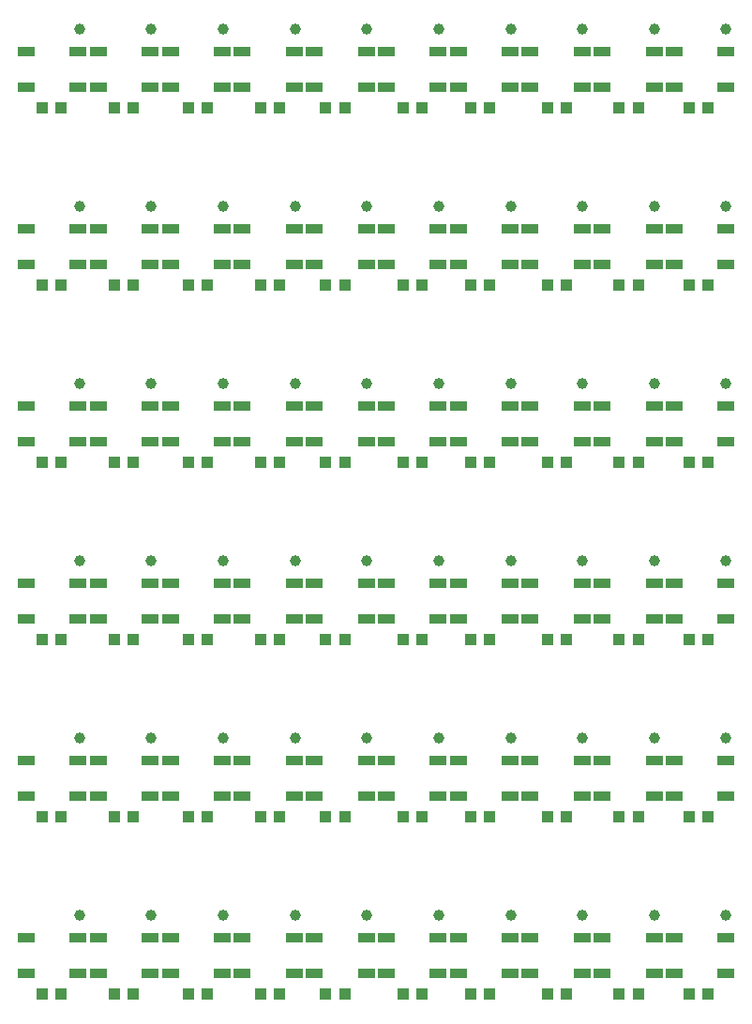
<source format=gtp>
G04*
G04 #@! TF.GenerationSoftware,Altium Limited,Altium Designer,20.1.12 (249)*
G04*
G04 Layer_Color=8421504*
%FSLAX25Y25*%
%MOIN*%
G70*
G04*
G04 #@! TF.SameCoordinates,880ED213-D7CF-42DA-8A1E-0FEEA66E8632*
G04*
G04*
G04 #@! TF.FilePolarity,Positive*
G04*
G01*
G75*
%ADD10C,0.03937*%
%ADD11R,0.05906X0.03543*%
%ADD12R,0.04331X0.03937*%
D10*
X150175Y39764D02*
D03*
X175722D02*
D03*
X201269D02*
D03*
X226815D02*
D03*
X124628D02*
D03*
X22441D02*
D03*
X47988D02*
D03*
X73535D02*
D03*
X99081D02*
D03*
X252362D02*
D03*
X150175Y102756D02*
D03*
X175722D02*
D03*
X201269D02*
D03*
X226815D02*
D03*
X124628D02*
D03*
X22441D02*
D03*
X47988D02*
D03*
X73535D02*
D03*
X99081D02*
D03*
X252362D02*
D03*
X150175Y165748D02*
D03*
X175722D02*
D03*
X201269D02*
D03*
X226815D02*
D03*
X124628D02*
D03*
X22441D02*
D03*
X47988D02*
D03*
X73535D02*
D03*
X99081D02*
D03*
X252362D02*
D03*
X150175Y228740D02*
D03*
X175722D02*
D03*
X201269D02*
D03*
X226815D02*
D03*
X124628D02*
D03*
X22441D02*
D03*
X47988D02*
D03*
X73535D02*
D03*
X99081D02*
D03*
X252362D02*
D03*
X150175Y291732D02*
D03*
X175722D02*
D03*
X201269D02*
D03*
X226815D02*
D03*
X124628D02*
D03*
X22441D02*
D03*
X47988D02*
D03*
X73535D02*
D03*
X99081D02*
D03*
X252362D02*
D03*
X150175Y354724D02*
D03*
X175722D02*
D03*
X201269D02*
D03*
X226815D02*
D03*
X124628D02*
D03*
X22441D02*
D03*
X47988D02*
D03*
X73535D02*
D03*
X99081D02*
D03*
X252362D02*
D03*
D11*
X208268Y31890D02*
D03*
Y19291D02*
D03*
X226772D02*
D03*
Y31890D02*
D03*
X182677D02*
D03*
Y19291D02*
D03*
X201181D02*
D03*
Y31890D02*
D03*
X157087D02*
D03*
Y19291D02*
D03*
X175591D02*
D03*
Y31890D02*
D03*
X131496D02*
D03*
Y19291D02*
D03*
X150000D02*
D03*
Y31890D02*
D03*
X105905D02*
D03*
Y19291D02*
D03*
X124409D02*
D03*
Y31890D02*
D03*
X80315D02*
D03*
Y19291D02*
D03*
X98819D02*
D03*
Y31890D02*
D03*
X54724D02*
D03*
Y19291D02*
D03*
X73228D02*
D03*
Y31890D02*
D03*
X29134D02*
D03*
Y19291D02*
D03*
X47638D02*
D03*
Y31890D02*
D03*
X233858D02*
D03*
Y19291D02*
D03*
X252362D02*
D03*
Y31890D02*
D03*
X3543D02*
D03*
Y19291D02*
D03*
X22047D02*
D03*
Y31890D02*
D03*
X208268Y94882D02*
D03*
Y82284D02*
D03*
X226772D02*
D03*
Y94882D02*
D03*
X182677D02*
D03*
Y82284D02*
D03*
X201181D02*
D03*
Y94882D02*
D03*
X157087D02*
D03*
Y82284D02*
D03*
X175591D02*
D03*
Y94882D02*
D03*
X131496D02*
D03*
Y82284D02*
D03*
X150000D02*
D03*
Y94882D02*
D03*
X105905D02*
D03*
Y82284D02*
D03*
X124409D02*
D03*
Y94882D02*
D03*
X80315D02*
D03*
Y82284D02*
D03*
X98819D02*
D03*
Y94882D02*
D03*
X54724D02*
D03*
Y82284D02*
D03*
X73228D02*
D03*
Y94882D02*
D03*
X29134D02*
D03*
Y82284D02*
D03*
X47638D02*
D03*
Y94882D02*
D03*
X233858D02*
D03*
Y82284D02*
D03*
X252362D02*
D03*
Y94882D02*
D03*
X3543D02*
D03*
Y82284D02*
D03*
X22047D02*
D03*
Y94882D02*
D03*
X208268Y157874D02*
D03*
Y145276D02*
D03*
X226772D02*
D03*
Y157874D02*
D03*
X182677D02*
D03*
Y145276D02*
D03*
X201181D02*
D03*
Y157874D02*
D03*
X157087D02*
D03*
Y145276D02*
D03*
X175591D02*
D03*
Y157874D02*
D03*
X131496D02*
D03*
Y145276D02*
D03*
X150000D02*
D03*
Y157874D02*
D03*
X105905D02*
D03*
Y145276D02*
D03*
X124409D02*
D03*
Y157874D02*
D03*
X80315D02*
D03*
Y145276D02*
D03*
X98819D02*
D03*
Y157874D02*
D03*
X54724D02*
D03*
Y145276D02*
D03*
X73228D02*
D03*
Y157874D02*
D03*
X29134D02*
D03*
Y145276D02*
D03*
X47638D02*
D03*
Y157874D02*
D03*
X233858D02*
D03*
Y145276D02*
D03*
X252362D02*
D03*
Y157874D02*
D03*
X3543D02*
D03*
Y145276D02*
D03*
X22047D02*
D03*
Y157874D02*
D03*
X208268Y220866D02*
D03*
Y208268D02*
D03*
X226772D02*
D03*
Y220866D02*
D03*
X182677D02*
D03*
Y208268D02*
D03*
X201181D02*
D03*
Y220866D02*
D03*
X157087D02*
D03*
Y208268D02*
D03*
X175591D02*
D03*
Y220866D02*
D03*
X131496D02*
D03*
Y208268D02*
D03*
X150000D02*
D03*
Y220866D02*
D03*
X105905D02*
D03*
Y208268D02*
D03*
X124409D02*
D03*
Y220866D02*
D03*
X80315D02*
D03*
Y208268D02*
D03*
X98819D02*
D03*
Y220866D02*
D03*
X54724D02*
D03*
Y208268D02*
D03*
X73228D02*
D03*
Y220866D02*
D03*
X29134D02*
D03*
Y208268D02*
D03*
X47638D02*
D03*
Y220866D02*
D03*
X233858D02*
D03*
Y208268D02*
D03*
X252362D02*
D03*
Y220866D02*
D03*
X3543D02*
D03*
Y208268D02*
D03*
X22047D02*
D03*
Y220866D02*
D03*
X208268Y283858D02*
D03*
Y271260D02*
D03*
X226772D02*
D03*
Y283858D02*
D03*
X182677D02*
D03*
Y271260D02*
D03*
X201181D02*
D03*
Y283858D02*
D03*
X157087D02*
D03*
Y271260D02*
D03*
X175591D02*
D03*
Y283858D02*
D03*
X131496D02*
D03*
Y271260D02*
D03*
X150000D02*
D03*
Y283858D02*
D03*
X105905D02*
D03*
Y271260D02*
D03*
X124409D02*
D03*
Y283858D02*
D03*
X80315D02*
D03*
Y271260D02*
D03*
X98819D02*
D03*
Y283858D02*
D03*
X54724D02*
D03*
Y271260D02*
D03*
X73228D02*
D03*
Y283858D02*
D03*
X29134D02*
D03*
Y271260D02*
D03*
X47638D02*
D03*
Y283858D02*
D03*
X233858D02*
D03*
Y271260D02*
D03*
X252362D02*
D03*
Y283858D02*
D03*
X3543D02*
D03*
Y271260D02*
D03*
X22047D02*
D03*
Y283858D02*
D03*
X208268Y346850D02*
D03*
Y334252D02*
D03*
X226772D02*
D03*
Y346850D02*
D03*
X182677D02*
D03*
Y334252D02*
D03*
X201181D02*
D03*
Y346850D02*
D03*
X157087D02*
D03*
Y334252D02*
D03*
X175591D02*
D03*
Y346850D02*
D03*
X131496D02*
D03*
Y334252D02*
D03*
X150000D02*
D03*
Y346850D02*
D03*
X105905D02*
D03*
Y334252D02*
D03*
X124409D02*
D03*
Y346850D02*
D03*
X80315D02*
D03*
Y334252D02*
D03*
X98819D02*
D03*
Y346850D02*
D03*
X54724D02*
D03*
Y334252D02*
D03*
X73228D02*
D03*
Y346850D02*
D03*
X29134D02*
D03*
Y334252D02*
D03*
X47638D02*
D03*
Y346850D02*
D03*
X233858D02*
D03*
Y334252D02*
D03*
X252362D02*
D03*
Y346850D02*
D03*
X3543D02*
D03*
Y334252D02*
D03*
X22047D02*
D03*
Y346850D02*
D03*
D12*
X214370Y11811D02*
D03*
X221063D02*
D03*
X188779D02*
D03*
X195472D02*
D03*
X239173D02*
D03*
X245866D02*
D03*
X161614D02*
D03*
X168307D02*
D03*
X137598D02*
D03*
X144291D02*
D03*
X110039D02*
D03*
X116732D02*
D03*
X86811D02*
D03*
X93504D02*
D03*
X61221D02*
D03*
X67913D02*
D03*
X34843D02*
D03*
X41535D02*
D03*
X9252D02*
D03*
X15945D02*
D03*
X214370Y74803D02*
D03*
X221063D02*
D03*
X188779D02*
D03*
X195472D02*
D03*
X239173D02*
D03*
X245866D02*
D03*
X161614D02*
D03*
X168307D02*
D03*
X137598D02*
D03*
X144291D02*
D03*
X110039D02*
D03*
X116732D02*
D03*
X86811D02*
D03*
X93504D02*
D03*
X61221D02*
D03*
X67913D02*
D03*
X34843D02*
D03*
X41535D02*
D03*
X9252D02*
D03*
X15945D02*
D03*
X214370Y137795D02*
D03*
X221063D02*
D03*
X188779D02*
D03*
X195472D02*
D03*
X239173D02*
D03*
X245866D02*
D03*
X161614D02*
D03*
X168307D02*
D03*
X137598D02*
D03*
X144291D02*
D03*
X110039D02*
D03*
X116732D02*
D03*
X86811D02*
D03*
X93504D02*
D03*
X61221D02*
D03*
X67913D02*
D03*
X34843D02*
D03*
X41535D02*
D03*
X9252D02*
D03*
X15945D02*
D03*
X214370Y200787D02*
D03*
X221063D02*
D03*
X188779D02*
D03*
X195472D02*
D03*
X239173D02*
D03*
X245866D02*
D03*
X161614D02*
D03*
X168307D02*
D03*
X137598D02*
D03*
X144291D02*
D03*
X110039D02*
D03*
X116732D02*
D03*
X86811D02*
D03*
X93504D02*
D03*
X61221D02*
D03*
X67913D02*
D03*
X34843D02*
D03*
X41535D02*
D03*
X9252D02*
D03*
X15945D02*
D03*
X214370Y263779D02*
D03*
X221063D02*
D03*
X188779D02*
D03*
X195472D02*
D03*
X239173D02*
D03*
X245866D02*
D03*
X161614D02*
D03*
X168307D02*
D03*
X137598D02*
D03*
X144291D02*
D03*
X110039D02*
D03*
X116732D02*
D03*
X86811D02*
D03*
X93504D02*
D03*
X61221D02*
D03*
X67913D02*
D03*
X34843D02*
D03*
X41535D02*
D03*
X9252D02*
D03*
X15945D02*
D03*
X214370Y326772D02*
D03*
X221063D02*
D03*
X188779D02*
D03*
X195472D02*
D03*
X239173D02*
D03*
X245866D02*
D03*
X161614D02*
D03*
X168307D02*
D03*
X137598D02*
D03*
X144291D02*
D03*
X110039D02*
D03*
X116732D02*
D03*
X86811D02*
D03*
X93504D02*
D03*
X61221D02*
D03*
X67913D02*
D03*
X34843D02*
D03*
X41535D02*
D03*
X9252D02*
D03*
X15945D02*
D03*
M02*

</source>
